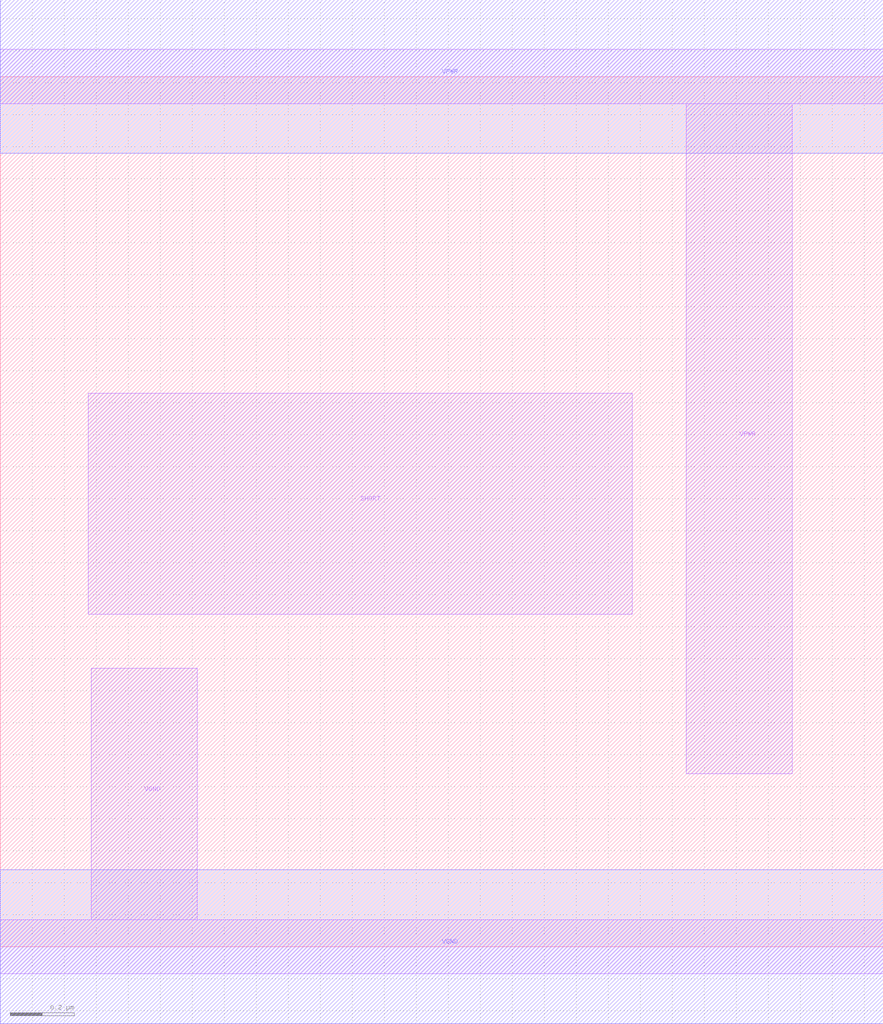
<source format=lef>
# Copyright 2020 The SkyWater PDK Authors
#
# Licensed under the Apache License, Version 2.0 (the "License");
# you may not use this file except in compliance with the License.
# You may obtain a copy of the License at
#
#     https://www.apache.org/licenses/LICENSE-2.0
#
# Unless required by applicable law or agreed to in writing, software
# distributed under the License is distributed on an "AS IS" BASIS,
# WITHOUT WARRANTIES OR CONDITIONS OF ANY KIND, either express or implied.
# See the License for the specific language governing permissions and
# limitations under the License.
#
# SPDX-License-Identifier: Apache-2.0

VERSION 5.5 ;
NAMESCASESENSITIVE ON ;
BUSBITCHARS "[]" ;
DIVIDERCHAR "/" ;
MACRO sky130_fd_sc_hd__lpflow_bleeder_1
  CLASS CORE ;
  SOURCE USER ;
  ORIGIN  0.000000  0.000000 ;
  SIZE  2.760000 BY  2.720000 ;
  SYMMETRY X Y R90 ;
  SITE unithd ;
  PIN SHORT
    ANTENNAGATEAREA  0.270000 ;
    DIRECTION INPUT ;
    USE SIGNAL ;
    PORT
      LAYER li1 ;
        RECT 0.275000 1.040000 1.975000 1.730000 ;
    END
  END SHORT
  PIN VGND
    DIRECTION INOUT ;
    SHAPE ABUTMENT ;
    USE GROUND ;
    PORT
      LAYER li1 ;
        RECT 0.000000 -0.085000 2.760000 0.085000 ;
        RECT 0.285000  0.085000 0.615000 0.870000 ;
    END
    PORT
      LAYER met1 ;
        RECT 0.000000 -0.240000 2.760000 0.240000 ;
    END
  END VGND
  PIN VPWR
    DIRECTION INOUT ;
    SHAPE ABUTMENT ;
    USE POWER ;
    PORT
      LAYER li1 ;
        RECT 0.000000 2.635000 2.760000 2.805000 ;
        RECT 2.145000 0.540000 2.475000 2.635000 ;
    END
    PORT
      LAYER met1 ;
        RECT 0.000000 2.480000 2.760000 2.960000 ;
    END
  END VPWR
  OBS
  END
END sky130_fd_sc_hd__lpflow_bleeder_1
END LIBRARY

</source>
